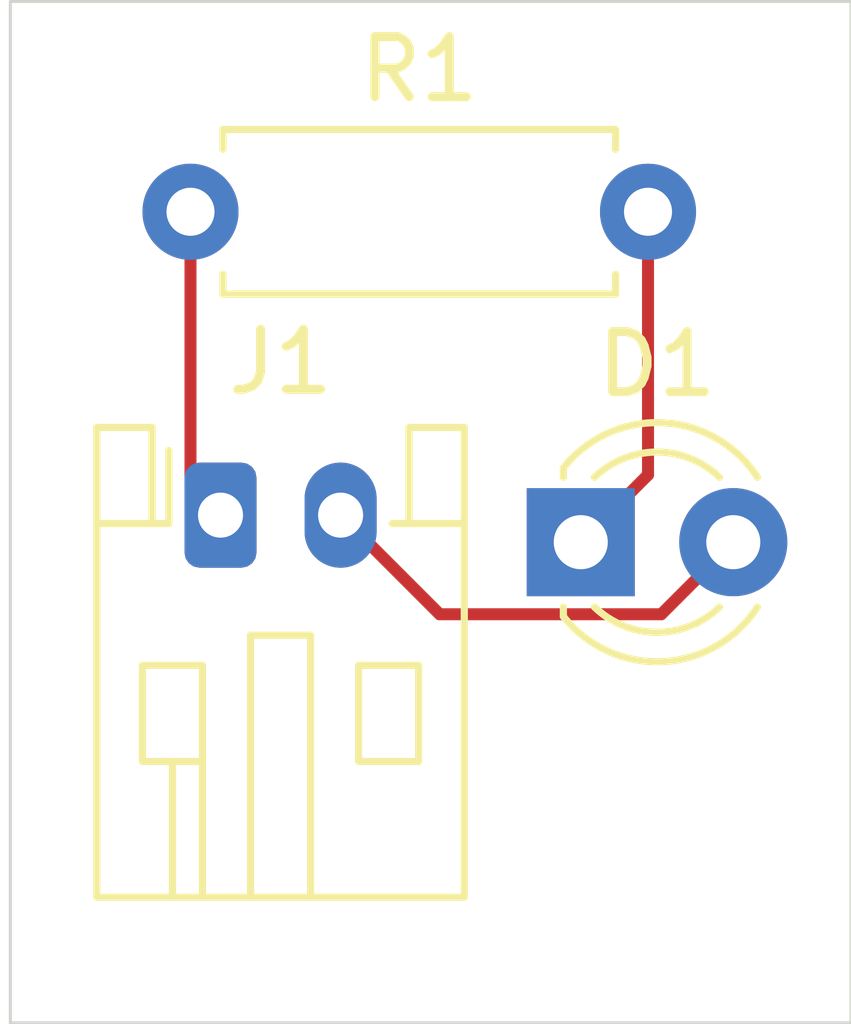
<source format=kicad_pcb>
(kicad_pcb (version 20240108) (generator "pcbnew") (generator_version "8.0")
  (layers (0 "F.Cu" signal) (31 "B.Cu" signal) (34 "B.Paste" user) (35 "F.Paste" user) (36 "B.SilkS" user "B.Silkscreen") (37 "F.SilkS" user "F.Silkscreen") (38 "B.Mask" user) (39 "F.Mask" user) (44 "Edge.Cuts" user))
  (net 0 "")
  (net 1 "Net-(D1-K)")
  (net 2 "Net-(D1-A)")
  (net 3 "Net-(J1-Pin_1)")
  (footprint "Connector_JST:JST_PH_S2B-PH-K_1x02_P2.00mm_Horizontal" (layer "F.Cu") (at 128 86.05)
    (property "Reference" "J1" (at 1 -2.55 0) (layer "F.SilkS"))
    (property "Value" "Conn_01x02")
    (fp_line (start -2.06 -1.46) (end -2.06 6.36) (stroke (width 0.12)) (layer "F.SilkS"))
    (fp_line (start -2.06 0.14) (end -1.14 0.14) (stroke (width 0.12)) (layer "F.SilkS"))
    (fp_line (start -2.06 6.36) (end 4.06 6.36) (stroke (width 0.12)) (layer "F.SilkS"))
    (fp_line (start -1.3 2.5) (end -1.3 4.1) (stroke (width 0.12)) (layer "F.SilkS"))
    (fp_line (start -1.3 4.1) (end -0.3 4.1) (stroke (width 0.12)) (layer "F.SilkS"))
    (fp_line (start -1.14 -1.46) (end -2.06 -1.46) (stroke (width 0.12)) (layer "F.SilkS"))
    (fp_line (start -1.14 0.14) (end -1.14 -1.46) (stroke (width 0.12)) (layer "F.SilkS"))
    (fp_line (start -0.86 0.14) (end -1.14 0.14) (stroke (width 0.12)) (layer "F.SilkS"))
    (fp_line (start -0.86 0.14) (end -0.86 -1.075) (stroke (width 0.12)) (layer "F.SilkS"))
    (fp_line (start -0.8 4.1) (end -0.8 6.36) (stroke (width 0.12)) (layer "F.SilkS"))
    (fp_line (start -0.3 2.5) (end -1.3 2.5) (stroke (width 0.12)) (layer "F.SilkS"))
    (fp_line (start -0.3 4.1) (end -0.3 2.5) (stroke (width 0.12)) (layer "F.SilkS"))
    (fp_line (start -0.3 4.1) (end -0.3 6.36) (stroke (width 0.12)) (layer "F.SilkS"))
    (fp_line (start 0.5 2) (end 1.5 2) (stroke (width 0.12)) (layer "F.SilkS"))
    (fp_line (start 0.5 6.36) (end 0.5 2) (stroke (width 0.12)) (layer "F.SilkS"))
    (fp_line (start 1.5 2) (end 1.5 6.36) (stroke (width 0.12)) (layer "F.SilkS"))
    (fp_line (start 2.3 2.5) (end 3.3 2.5) (stroke (width 0.12)) (layer "F.SilkS"))
    (fp_line (start 2.3 4.1) (end 2.3 2.5) (stroke (width 0.12)) (layer "F.SilkS"))
    (fp_line (start 3.14 -1.46) (end 3.14 0.14) (stroke (width 0.12)) (layer "F.SilkS"))
    (fp_line (start 3.14 0.14) (end 2.86 0.14) (stroke (width 0.12)) (layer "F.SilkS"))
    (fp_line (start 3.3 2.5) (end 3.3 4.1) (stroke (width 0.12)) (layer "F.SilkS"))
    (fp_line (start 3.3 4.1) (end 2.3 4.1) (stroke (width 0.12)) (layer "F.SilkS"))
    (fp_line (start 4.06 -1.46) (end 3.14 -1.46) (stroke (width 0.12)) (layer "F.SilkS"))
    (fp_line (start 4.06 0.14) (end 3.14 0.14) (stroke (width 0.12)) (layer "F.SilkS"))
    (fp_line (start 4.06 6.36) (end 4.06 -1.46) (stroke (width 0.12)) (layer "F.SilkS"))
    (pad "1" thru_hole roundrect (at 0 0) (size 1.2 1.75) (drill 0.75) (layers "*.Cu" "*.Mask") (roundrect_rratio 0.208333) (net 3 "Net-(J1-Pin_1)"))
    (pad "2" thru_hole oval (at 2 0) (size 1.2 1.75) (drill 0.75) (layers "*.Cu" "*.Mask") (net 2 "Net-(D1-A)"))
  )
  (footprint "Resistor_THT:R_Axial_DIN0207_L6.3mm_D2.5mm_P7.62mm_Horizontal" (layer "F.Cu") (at 127.5 81)
    (property "Reference" "R1" (at 3.81 -2.37 0) (layer "F.SilkS"))
    (property "Value" "1k" (hide yes))
    (fp_line (start 0.54 -1.37) (end 7.08 -1.37) (stroke (width 0.12)) (layer "F.SilkS"))
    (fp_line (start 0.54 -1.04) (end 0.54 -1.37) (stroke (width 0.12)) (layer "F.SilkS"))
    (fp_line (start 0.54 1.04) (end 0.54 1.37) (stroke (width 0.12)) (layer "F.SilkS"))
    (fp_line (start 0.54 1.37) (end 7.08 1.37) (stroke (width 0.12)) (layer "F.SilkS"))
    (fp_line (start 7.08 -1.37) (end 7.08 -1.04) (stroke (width 0.12)) (layer "F.SilkS"))
    (fp_line (start 7.08 1.37) (end 7.08 1.04) (stroke (width 0.12)) (layer "F.SilkS"))
    (pad "1" thru_hole circle (at 0 0) (size 1.6 1.6) (drill 0.8) (layers "*.Cu" "*.Mask") (net 3 "Net-(J1-Pin_1)"))
    (pad "2" thru_hole oval (at 7.62 0) (size 1.6 1.6) (drill 0.8) (layers "*.Cu" "*.Mask") (net 1 "Net-(D1-K)"))
  )
  (footprint "LED_THT:LED_D3.0mm" (layer "F.Cu") (at 134 86.5)
    (property "Reference" "D1" (at 1.27 -2.96 0) (layer "F.SilkS"))
    (property "Value" "LED" (hide yes))
    (fp_line (start -0.29 -1.236) (end -0.29 -1.08) (stroke (width 0.12)) (layer "F.SilkS"))
    (fp_line (start -0.29 1.08) (end -0.29 1.236) (stroke (width 0.12)) (layer "F.SilkS"))
    (fp_arc (start -0.29 -1.235516) (mid 1.365624 -1.987701) (end 2.941397 -1.080061) (stroke (width 0.12)) (layer "F.SilkS"))
    (fp_arc (start 0.229039 -1.08) (mid 1.269965 -1.5) (end 2.31091 -1.080049) (stroke (width 0.12)) (layer "F.SilkS"))
    (fp_arc (start 2.31091 1.080049) (mid 1.269965 1.5) (end 0.229039 1.08) (stroke (width 0.12)) (layer "F.SilkS"))
    (fp_arc (start 2.941397 1.080061) (mid 1.365624 1.987701) (end -0.29 1.235516) (stroke (width 0.12)) (layer "F.SilkS"))
    (pad "1" thru_hole rect (at 0 0) (size 1.8 1.8) (drill 0.9) (layers "*.Cu" "*.Mask") (net 1 "Net-(D1-K)"))
    (pad "2" thru_hole circle (at 2.54 0) (size 1.8 1.8) (drill 0.9) (layers "*.Cu" "*.Mask") (net 2 "Net-(D1-A)"))
  )
  (gr_line (start 124.5 77.5) (end 124.5 94.5) (stroke (width 0.05)) (layer "Edge.Cuts"))
  (gr_line (start 124.5 94.5) (end 138.5 94.5) (stroke (width 0.05)) (layer "Edge.Cuts"))
  (gr_line (start 138.5 94.5) (end 138.5 77.5) (stroke (width 0.05)) (layer "Edge.Cuts"))
  (gr_line (start 138.5 77.5) (end 124.5 77.5) (stroke (width 0.05)) (layer "Edge.Cuts"))
  (segment (start 135.12 85.38) (end 134 86.5) (width 0.2) (layer "F.Cu") (net 1))
  (segment (start 135.12 81) (end 135.12 85.38) (width 0.2) (layer "F.Cu") (net 1))
  (segment (start 136.54 86.5) (end 135.34 87.7) (width 0.2) (layer "F.Cu") (net 2))
  (segment (start 135.34 87.7) (end 131.65 87.7) (width 0.2) (layer "F.Cu") (net 2))
  (segment (start 131.65 87.7) (end 130 86.05) (width 0.2) (layer "F.Cu") (net 2))
  (segment (start 127.5 81) (end 127.5 85.55) (width 0.2) (layer "F.Cu") (net 3))
  (segment (start 127.5 85.55) (end 128 86.05) (width 0.2) (layer "F.Cu") (net 3))
)
</source>
